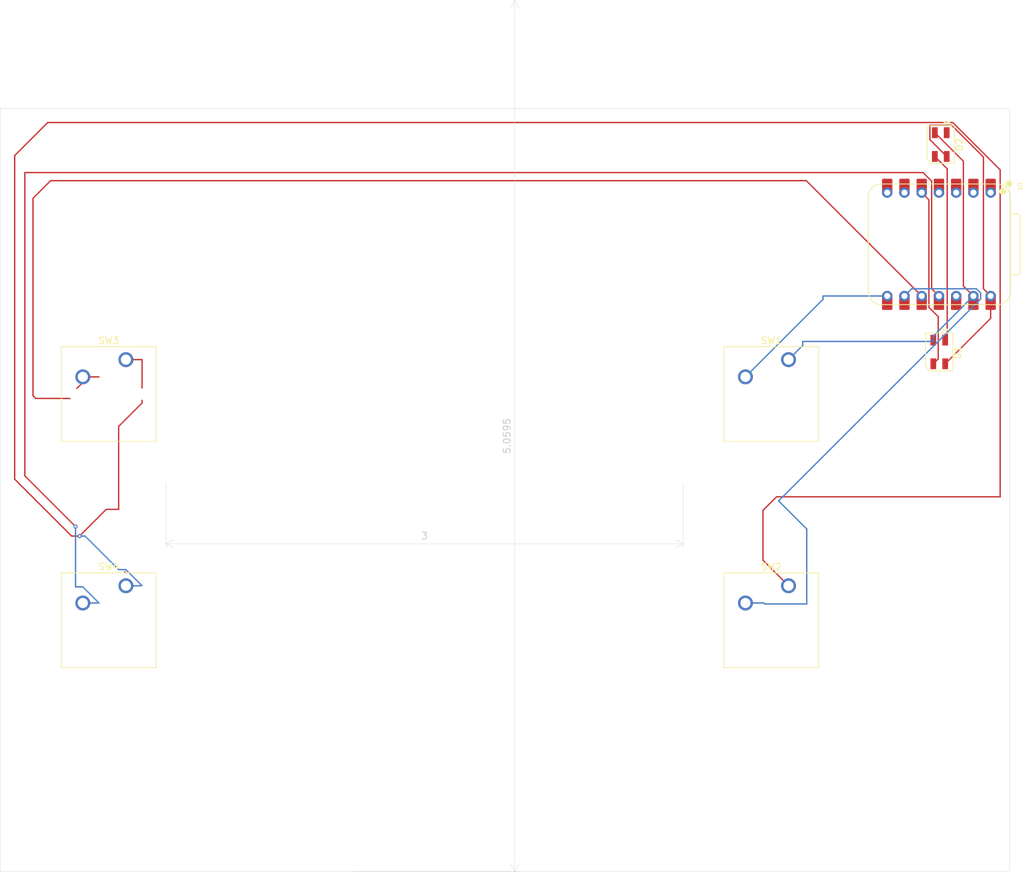
<source format=kicad_pcb>
(kicad_pcb (version 20241229) (generator "pcbnew") (generator_version "9.0")
  (layers (0 "F.Cu" signal) (2 "B.Cu" signal) (13 "F.Paste" user) (15 "B.Paste" user) (5 "F.SilkS" user "F.Silkscreen") (7 "B.SilkS" user "B.Silkscreen") (1 "F.Mask" user) (3 "B.Mask" user) (25 "Edge.Cuts" user))
  (net 0 "")
  (net 1 "GND")
  (net 2 "Net-(D1-DIN)")
  (net 3 "Net-(D1-DOUT)")
  (net 4 "+5V")
  (net 6 "Net-(U1-GPIO1{slash}RX)")
  (net 7 "Net-(U1-GPIO2{slash}SCK)")
  (net 8 "Net-(U1-GPIO4{slash}MISO)")
  (net 9 "Net-(U1-GPIO3{slash}MOSI)")
  (footprint "Button_Switch_Keyboard:SW_Cherry_MX_1.00u_PCB" (layer "F.Cu") (at 157.32125 75.8825)
    (property "Reference" "SW1" (at -2.54 -2.794 0) (layer "F.SilkS"))
    (property "Value" "SW_Push")
    (fp_line (start -9.525 -1.905) (end 4.445 -1.905) (stroke (width 0.12)) (layer "F.SilkS"))
    (fp_line (start -9.525 12.065) (end -9.525 -1.905) (stroke (width 0.12)) (layer "F.SilkS"))
    (fp_line (start 4.445 -1.905) (end 4.445 12.065) (stroke (width 0.12)) (layer "F.SilkS"))
    (fp_line (start 4.445 12.065) (end -9.525 12.065) (stroke (width 0.12)) (layer "F.SilkS"))
    (pad "" np_thru_hole circle (at -7.62 5.08) (size 1.7 1.7) (drill 1.7) (layers "*.Cu" "*.Mask"))
    (pad "" np_thru_hole circle (at -2.54 5.08) (size 4 4) (drill 4) (layers "*.Cu" "*.Mask"))
    (pad "" np_thru_hole circle (at 2.54 5.08) (size 1.7 1.7) (drill 1.7) (layers "*.Cu" "*.Mask"))
    (pad "1" thru_hole circle (at 0 0) (size 2.2 2.2) (drill 1.5) (layers "*.Cu" "*.Mask") (net 1 "GND"))
    (pad "2" thru_hole circle (at -6.35 2.54) (size 2.2 2.2) (drill 1.5) (layers "*.Cu" "*.Mask") (net 6 "Net-(U1-GPIO1{slash}RX)"))
  )
  (footprint "OPL:XIAO-RP2040-DIP" (layer "F.Cu") (at 179.48 58.88 -90)
    (property "Reference" "U1" (at -8.5 -12 270) (layer "F.SilkS") (effects (font (size 0.635 0.635) (thickness 0.1016))))
    (property "Value" "XIAO-RP2040-DIP")
    (fp_line (start -6.985 10.414) (end 6.985 10.414) (stroke (width 0.127)) (layer "F.SilkS"))
    (fp_line (start -8.89 8.509) (end -8.89 -8.636) (stroke (width 0.127)) (layer "F.SilkS"))
    (fp_line (start 8.89 8.509) (end 8.89 -8.636) (stroke (width 0.127)) (layer "F.SilkS"))
    (fp_line (start -4.495 -10.541) (end -4.491272 -11.451272) (stroke (width 0.127)) (layer "F.SilkS"))
    (fp_line (start 6.985 -10.541) (end -6.985 -10.541) (stroke (width 0.1)) (layer "F.SilkS"))
    (fp_line (start 6.985 -10.541) (end -6.985 -10.541) (stroke (width 0.127)) (layer "F.SilkS"))
    (fp_line (start 4.504 -11.451) (end 4.504 -10.541) (stroke (width 0.127)) (layer "F.SilkS"))
    (fp_line (start -3.991272 -11.951) (end 4.004 -11.951) (stroke (width 0.127)) (layer "F.SilkS"))
    (fp_arc (start -6.985 10.414) (mid -8.332038 9.856038) (end -8.89 8.509) (stroke (width 0.127)) (layer "F.SilkS"))
    (fp_arc (start 8.89 8.509) (mid 8.332038 9.856038) (end 6.985 10.414) (stroke (width 0.127)) (layer "F.SilkS"))
    (fp_arc (start -8.89 -8.636) (mid -8.332038 -9.983038) (end -6.985 -10.541) (stroke (width 0.127)) (layer "F.SilkS"))
    (fp_arc (start 6.985 -10.541) (mid 8.332038 -9.983038) (end 8.89 -8.636) (stroke (width 0.127)) (layer "F.SilkS"))
    (fp_arc (start -4.491272 -11.451272) (mid -4.344728 -11.80464) (end -3.991272 -11.951) (stroke (width 0.127)) (layer "F.SilkS"))
    (fp_arc (start 4.004 -11.951) (mid 4.357553 -11.804553) (end 4.504 -11.451) (stroke (width 0.127)) (layer "F.SilkS"))
    (fp_circle (center -7.807 -9.42) (end -7.807 -9.674) (stroke (width 0.5)) (fill yes) (layer "F.SilkS"))
    (fp_circle (center -8.95 -10.3) (end -8.95 -10.554) (stroke (width 0.5)) (fill yes) (layer "F.SilkS"))
    (pad "1" smd roundrect (at -8.455 -7.62 90) (size 2.432 1.524) (layers "F.Cu" "F.Mask") (roundrect_rratio 0.1))
    (pad "1" thru_hole circle (at -7.62 -7.62 90) (size 1.524 1.524) (drill 0.889) (layers "*.Cu" "*.Mask"))
    (pad "2" smd roundrect (at -8.455 -5.08 90) (size 2.432 1.524) (layers "F.Cu" "F.Mask") (roundrect_rratio 0.1))
    (pad "2" thru_hole circle (at -7.62 -5.08 90) (size 1.524 1.524) (drill 0.889) (layers "*.Cu" "*.Mask"))
    (pad "3" smd roundrect (at -8.455 -2.54 90) (size 2.432 1.524) (layers "F.Cu" "F.Mask") (roundrect_rratio 0.1))
    (pad "3" thru_hole circle (at -7.62 -2.54 90) (size 1.524 1.524) (drill 0.889) (layers "*.Cu" "*.Mask"))
    (pad "4" smd roundrect (at -8.455 0 90) (size 2.432 1.524) (layers "F.Cu" "F.Mask") (roundrect_rratio 0.1))
    (pad "4" thru_hole circle (at -7.62 0 90) (size 1.524 1.524) (drill 0.889) (layers "*.Cu" "*.Mask"))
    (pad "5" smd roundrect (at -8.455 2.54 90) (size 2.432 1.524) (layers "F.Cu" "F.Mask") (roundrect_rratio 0.1) (net 2 "Net-(D1-DIN)"))
    (pad "5" thru_hole circle (at -7.62 2.54 90) (size 1.524 1.524) (drill 0.889) (layers "*.Cu" "*.Mask") (net 2 "Net-(D1-DIN)"))
    (pad "6" smd roundrect (at -8.455 5.08 90) (size 2.432 1.524) (layers "F.Cu" "F.Mask") (roundrect_rratio 0.1))
    (pad "6" thru_hole circle (at -7.62 5.08 90) (size 1.524 1.524) (drill 0.889) (layers "*.Cu" "*.Mask"))
    (pad "7" smd roundrect (at -8.455 7.62 90) (size 2.432 1.524) (layers "F.Cu" "F.Mask") (roundrect_rratio 0.1))
    (pad "7" thru_hole circle (at -7.62 7.62 90) (size 1.524 1.524) (drill 0.889) (layers "*.Cu" "*.Mask"))
    (pad "8" thru_hole circle (at 7.62 7.62 270) (size 1.524 1.524) (drill 0.889) (layers "*.Cu" "*.Mask") (net 6 "Net-(U1-GPIO1{slash}RX)"))
    (pad "8" smd roundrect (at 8.455 7.62 270) (size 2.432 1.524) (layers "F.Cu" "F.Mask") (roundrect_rratio 0.1) (net 6 "Net-(U1-GPIO1{slash}RX)"))
    (pad "9" thru_hole circle (at 7.62 5.08 270) (size 1.524 1.524) (drill 0.889) (layers "*.Cu" "*.Mask") (net 7 "Net-(U1-GPIO2{slash}SCK)"))
    (pad "9" smd roundrect (at 8.455 5.08 270) (size 2.432 1.524) (layers "F.Cu" "F.Mask") (roundrect_rratio 0.1) (net 7 "Net-(U1-GPIO2{slash}SCK)"))
    (pad "10" thru_hole circle (at 7.62 2.54 270) (size 1.524 1.524) (drill 0.889) (layers "*.Cu" "*.Mask") (net 8 "Net-(U1-GPIO4{slash}MISO)"))
    (pad "10" smd roundrect (at 8.455 2.54 270) (size 2.432 1.524) (layers "F.Cu" "F.Mask") (roundrect_rratio 0.1) (net 8 "Net-(U1-GPIO4{slash}MISO)"))
    (pad "11" thru_hole circle (at 7.62 0 270) (size 1.524 1.524) (drill 0.889) (layers "*.Cu" "*.Mask") (net 9 "Net-(U1-GPIO3{slash}MOSI)"))
    (pad "11" smd roundrect (at 8.455 0 270) (size 2.432 1.524) (layers "F.Cu" "F.Mask") (roundrect_rratio 0.1) (net 9 "Net-(U1-GPIO3{slash}MOSI)"))
    (pad "12" thru_hole circle (at 7.62 -2.54 270) (size 1.524 1.524) (drill 0.889) (layers "*.Cu" "*.Mask"))
    (pad "12" smd roundrect (at 8.455 -2.54 270) (size 2.432 1.524) (layers "F.Cu" "F.Mask") (roundrect_rratio 0.1))
    (pad "13" thru_hole circle (at 7.62 -5.08 270) (size 1.524 1.524) (drill 0.889) (layers "*.Cu" "*.Mask") (net 1 "GND"))
    (pad "13" smd roundrect (at 8.455 -5.08 270) (size 2.432 1.524) (layers "F.Cu" "F.Mask") (roundrect_rratio 0.1) (net 1 "GND"))
    (pad "14" thru_hole circle (at 7.62 -7.62 270) (size 1.524 1.524) (drill 0.889) (layers "*.Cu" "*.Mask") (net 4 "+5V"))
    (pad "14" smd roundrect (at 8.455 -7.62 270) (size 2.432 1.524) (layers "F.Cu" "F.Mask") (roundrect_rratio 0.1) (net 4 "+5V"))
  )
  (footprint "Button_Switch_Keyboard:SW_Cherry_MX_1.00u_PCB" (layer "F.Cu") (at 59.69 109.22)
    (property "Reference" "SW4" (at -2.54 -2.794 0) (layer "F.SilkS"))
    (property "Value" "SW_Push")
    (fp_line (start -9.525 -1.905) (end 4.445 -1.905) (stroke (width 0.12)) (layer "F.SilkS"))
    (fp_line (start -9.525 12.065) (end -9.525 -1.905) (stroke (width 0.12)) (layer "F.SilkS"))
    (fp_line (start 4.445 -1.905) (end 4.445 12.065) (stroke (width 0.12)) (layer "F.SilkS"))
    (fp_line (start 4.445 12.065) (end -9.525 12.065) (stroke (width 0.12)) (layer "F.SilkS"))
    (pad "" np_thru_hole circle (at -7.62 5.08) (size 1.7 1.7) (drill 1.7) (layers "*.Cu" "*.Mask"))
    (pad "" np_thru_hole circle (at -2.54 5.08) (size 4 4) (drill 4) (layers "*.Cu" "*.Mask"))
    (pad "" np_thru_hole circle (at 2.54 5.08) (size 1.7 1.7) (drill 1.7) (layers "*.Cu" "*.Mask"))
    (pad "1" thru_hole circle (at 0 0) (size 2.2 2.2) (drill 1.5) (layers "*.Cu" "*.Mask") (net 1 "GND"))
    (pad "2" thru_hole circle (at -6.35 2.54) (size 2.2 2.2) (drill 1.5) (layers "*.Cu" "*.Mask") (net 9 "Net-(U1-GPIO3{slash}MOSI)"))
  )
  (footprint "Button_Switch_Keyboard:SW_Cherry_MX_1.00u_PCB" (layer "F.Cu") (at 59.69 75.8825)
    (property "Reference" "SW3" (at -2.54 -2.794 0) (layer "F.SilkS"))
    (property "Value" "SW_Push")
    (fp_line (start -9.525 -1.905) (end 4.445 -1.905) (stroke (width 0.12)) (layer "F.SilkS"))
    (fp_line (start -9.525 12.065) (end -9.525 -1.905) (stroke (width 0.12)) (layer "F.SilkS"))
    (fp_line (start 4.445 -1.905) (end 4.445 12.065) (stroke (width 0.12)) (layer "F.SilkS"))
    (fp_line (start 4.445 12.065) (end -9.525 12.065) (stroke (width 0.12)) (layer "F.SilkS"))
    (pad "" np_thru_hole circle (at -7.62 5.08) (size 1.7 1.7) (drill 1.7) (layers "*.Cu" "*.Mask"))
    (pad "" np_thru_hole circle (at -2.54 5.08) (size 4 4) (drill 4) (layers "*.Cu" "*.Mask"))
    (pad "" np_thru_hole circle (at 2.54 5.08) (size 1.7 1.7) (drill 1.7) (layers "*.Cu" "*.Mask"))
    (pad "1" thru_hole circle (at 0 0) (size 2.2 2.2) (drill 1.5) (layers "*.Cu" "*.Mask") (net 1 "GND"))
    (pad "2" thru_hole circle (at -6.35 2.54) (size 2.2 2.2) (drill 1.5) (layers "*.Cu" "*.Mask") (net 8 "Net-(U1-GPIO4{slash}MISO)"))
  )
  (footprint "Button_Switch_Keyboard:SW_Cherry_MX_1.00u_PCB" (layer "F.Cu") (at 157.32125 109.22)
    (property "Reference" "SW2" (at -2.54 -2.794 0) (layer "F.SilkS"))
    (property "Value" "SW_Push")
    (fp_line (start -9.525 -1.905) (end 4.445 -1.905) (stroke (width 0.12)) (layer "F.SilkS"))
    (fp_line (start -9.525 12.065) (end -9.525 -1.905) (stroke (width 0.12)) (layer "F.SilkS"))
    (fp_line (start 4.445 -1.905) (end 4.445 12.065) (stroke (width 0.12)) (layer "F.SilkS"))
    (fp_line (start 4.445 12.065) (end -9.525 12.065) (stroke (width 0.12)) (layer "F.SilkS"))
    (pad "" np_thru_hole circle (at -7.62 5.08) (size 1.7 1.7) (drill 1.7) (layers "*.Cu" "*.Mask"))
    (pad "" np_thru_hole circle (at -2.54 5.08) (size 4 4) (drill 4) (layers "*.Cu" "*.Mask"))
    (pad "" np_thru_hole circle (at 2.54 5.08) (size 1.7 1.7) (drill 1.7) (layers "*.Cu" "*.Mask"))
    (pad "1" thru_hole circle (at 0 0) (size 2.2 2.2) (drill 1.5) (layers "*.Cu" "*.Mask") (net 1 "GND"))
    (pad "2" thru_hole circle (at -6.35 2.54) (size 2.2 2.2) (drill 1.5) (layers "*.Cu" "*.Mask") (net 7 "Net-(U1-GPIO2{slash}SCK)"))
  )
  (footprint "LED_SMD:LED_SK6812MINI_PLCC4_3.5x3.5mm_P1.75mm" (layer "F.Cu") (at 179.75 44.175 -90)
    (property "Reference" "D2" (at 0 -2.75 90) (layer "F.SilkS"))
    (property "Value" "SK6812MINI")
    (fp_line (start -2.8 2) (end 2.2 2) (stroke (width 0.12)) (layer "F.SilkS"))
    (fp_line (start 2.8 1.4) (end 2.2 2) (stroke (width 0.12)) (layer "F.SilkS"))
    (fp_line (start 2.8 1.4) (end 2.8 -2) (stroke (width 0.12)) (layer "F.SilkS"))
    (fp_line (start -2.8 -2) (end -2.8 2) (stroke (width 0.12)) (layer "F.SilkS"))
    (fp_line (start -2.8 -2) (end 2.8 -2) (stroke (width 0.12)) (layer "F.SilkS"))
    (fp_text user "1" (at -3.2 -0.875 270) (layer "F.SilkS") (effects (font (size 0.8 0.8))))
    (pad "1" smd rect (at -1.75 -0.875 270) (size 1.6 0.85) (layers "F.Cu" "F.Mask" "F.Paste"))
    (pad "2" smd rect (at -1.75 0.875 270) (size 1.6 0.85) (layers "F.Cu" "F.Mask" "F.Paste") (net 1 "GND"))
    (pad "3" smd rect (at 1.75 0.875 270) (size 1.6 0.85) (layers "F.Cu" "F.Mask" "F.Paste") (net 3 "Net-(D1-DOUT)"))
    (pad "4" smd rect (at 1.75 -0.875 270) (size 1.6 0.85) (layers "F.Cu" "F.Mask" "F.Paste") (net 4 "+5V"))
  )
  (footprint "LED_SMD:LED_SK6812MINI_PLCC4_3.5x3.5mm_P1.75mm" (layer "F.Cu") (at 179.525 74.75 -90)
    (property "Reference" "D1" (at 0.10375 -2.665 90) (layer "F.SilkS"))
    (property "Value" "SK6812MINI")
    (fp_line (start -2.8 2) (end 2.2 2) (stroke (width 0.12)) (layer "F.SilkS"))
    (fp_line (start 2.8 1.4) (end 2.2 2) (stroke (width 0.12)) (layer "F.SilkS"))
    (fp_line (start 2.8 1.4) (end 2.8 -2) (stroke (width 0.12)) (layer "F.SilkS"))
    (fp_line (start -2.8 -2) (end -2.8 2) (stroke (width 0.12)) (layer "F.SilkS"))
    (fp_line (start -2.8 -2) (end 2.8 -2) (stroke (width 0.12)) (layer "F.SilkS"))
    (fp_text user "1" (at -3.2 -0.875 270) (layer "F.SilkS") (effects (font (size 0.8 0.8))))
    (pad "1" smd rect (at -1.75 -0.875 270) (size 1.6 0.85) (layers "F.Cu" "F.Mask" "F.Paste") (net 3 "Net-(D1-DOUT)"))
    (pad "2" smd rect (at -1.75 0.875 270) (size 1.6 0.85) (layers "F.Cu" "F.Mask" "F.Paste") (net 1 "GND"))
    (pad "3" smd rect (at 1.75 0.875 270) (size 1.6 0.85) (layers "F.Cu" "F.Mask" "F.Paste") (net 2 "Net-(D1-DIN)"))
    (pad "4" smd rect (at 1.75 -0.875 270) (size 1.6 0.85) (layers "F.Cu" "F.Mask" "F.Paste") (net 4 "+5V"))
  )
  (gr_rect (start 41.1625 38.8875) (end 189.9 151.3125) (stroke (width 0.05)) (fill no) (layer "Edge.Cuts"))
  (dimension (type orthogonal) (layer "Edge.Cuts") (pts (xy 65.6025 93.665) (xy 141.8025 93.665)) (height 9.36625) (orientation 0) (format (prefix "") (suffix "") (units 0) (units_format 0) (precision 4) (suppress_zeroes yes)) (style (thickness 0.05) (arrow_length 1.27) (text_position_mode 0) (arrow_direction outward) (extension_height 0.58642) (extension_offset 0.5) (keep_text_aligned yes)) (gr_text "3" (at 103.7025 101.88125 0) (layer "Edge.Cuts") (effects (font (size 1 1) (thickness 0.15)))))
  (dimension (type orthogonal) (layer "Edge.Cuts") (pts (xy 116.98125 22.8875) (xy 92.8 151.4)) (height 0) (orientation 1) (format (prefix "") (suffix "") (units 0) (units_format 0) (precision 4) (suppress_zeroes yes)) (style (thickness 0.05) (arrow_length 1.27) (text_position_mode 0) (arrow_direction outward) (extension_height 0.58642) (extension_offset 0.5) (keep_text_aligned yes)) (gr_text "5.0595" (at 115.83125 87.14375 90) (layer "Edge.Cuts") (effects (font (size 1 1) (thickness 0.15)))))
  (segment (start 153.55 98.11) (end 153.55 105.44875) (width 0.2) (layer "F.Cu") (net 1))
  (segment (start 181.5171 40.923) (end 188.5 47.9059) (width 0.2) (layer "F.Cu") (net 1))
  (segment (start 59.69 75.8825) (end 62.07125 75.8825) (width 0.2) (layer "F.Cu") (net 1))
  (segment (start 59.69 107.315) (end 59.53125 107.15625) (width 0.2) (layer "F.Cu") (net 1))
  (segment (start 153.55 105.44875) (end 157.32125 109.22) (width 0.2) (layer "F.Cu") (net 1))
  (segment (start 43.3 45.8) (end 48.177 40.923) (width 0.2) (layer "F.Cu") (net 1))
  (segment (start 62.07125 75.8825) (end 62.07125 82.27125) (width 0.2) (layer "F.Cu") (net 1))
  (segment (start 51.687186 101.89225) (end 43.3 93.505064) (width 0.2) (layer "F.Cu") (net 1))
  (segment (start 56.788814 97.95125) (end 52.847814 101.89225) (width 0.2) (layer "F.Cu") (net 1))
  (segment (start 188.5 47.9059) (end 188.5 96.1) (width 0.2) (layer "F.Cu") (net 1))
  (segment (start 155.56 96.1) (end 153.55 98.11) (width 0.2) (layer "F.Cu") (net 1))
  (segment (start 48.177 40.923) (end 181.5171 40.923) (width 0.2) (layer "F.Cu") (net 1))
  (segment (start 43.3 93.505064) (end 43.3 45.8) (width 0.2) (layer "F.Cu") (net 1))
  (segment (start 178.875 42.425) (end 183.083 46.633) (width 0.2) (layer "F.Cu") (net 1))
  (segment (start 52.847814 101.89225) (end 51.687186 101.89225) (width 0.2) (layer "F.Cu") (net 1))
  (segment (start 58.6175 85.725) (end 58.6175 97.95125) (width 0.2) (layer "F.Cu") (net 1))
  (segment (start 183.083 65.023) (end 184.56 66.5) (width 0.2) (layer "F.Cu") (net 1))
  (segment (start 183.083 46.633) (end 183.083 65.023) (width 0.2) (layer "F.Cu") (net 1))
  (segment (start 188.5 96.1) (end 155.56 96.1) (width 0.2) (layer "F.Cu") (net 1))
  (segment (start 58.6175 97.95125) (end 56.788814 97.95125) (width 0.2) (layer "F.Cu") (net 1))
  (segment (start 62.07125 82.27125) (end 58.6175 85.725) (width 0.2) (layer "F.Cu") (net 1))
  (via (at 52.8675 101.89225) (size 0.6) (drill 0.3) (layers "F.Cu" "B.Cu") (net 1))
  (segment (start 178.7 72.36) (end 178.7 73.2) (width 0.2) (layer "B.Cu") (net 1))
  (segment (start 178.7 73.2) (end 159.41 73.2) (width 0.2) (layer "B.Cu") (net 1))
  (segment (start 53.671 101.89225) (end 52.8675 101.89225) (width 0.2) (layer "B.Cu") (net 1))
  (segment (start 184.56 66.5) (end 178.7 72.36) (width 0.2) (layer "B.Cu") (net 1))
  (segment (start 157.32125 75.8825) (end 159.41 73.79375) (width 0.2) (layer "B.Cu") (net 1))
  (segment (start 59.69 106.83875) (end 61.9125 109.06125) (width 0.2) (layer "B.Cu") (net 1))
  (segment (start 61.9125 109.06125) (end 62.07125 109.22) (width 0.2) (layer "B.Cu") (net 1))
  (segment (start 59.69 109.22) (end 61.75375 109.22) (width 0.2) (layer "B.Cu") (net 1))
  (segment (start 58.6175 106.83875) (end 59.69 106.83875) (width 0.2) (layer "B.Cu") (net 1))
  (segment (start 159.41 73.79375) (end 159.41 73.2) (width 0.2) (layer "B.Cu") (net 1))
  (segment (start 58.6175 106.83875) (end 53.671 101.89225) (width 0.2) (layer "B.Cu") (net 1))
  (segment (start 61.75375 109.22) (end 61.9125 109.06125) (width 0.2) (layer "B.Cu") (net 1))
  (segment (start 178.003 68.176626) (end 178.003 52.323) (width 0.2) (layer "F.Cu") (net 2))
  (segment (start 178.65 76.5) (end 179.376 75.774) (width 0.2) (layer "F.Cu") (net 2))
  (segment (start 178.003 52.323) (end 176.94 51.26) (width 0.2) (layer "F.Cu") (net 2))
  (segment (start 179.376 75.774) (end 179.376 69.549626) (width 0.2) (layer "F.Cu") (net 2))
  (segment (start 179.376 69.549626) (end 178.003 68.176626) (width 0.2) (layer "F.Cu") (net 2))
  (segment (start 180.699 47.749) (end 180.699 72.701) (width 0.2) (layer "F.Cu") (net 3))
  (segment (start 178.875 45.925) (end 180.699 47.749) (width 0.2) (layer "F.Cu") (net 3))
  (segment (start 180.699 72.701) (end 180.4 73) (width 0.2) (layer "F.Cu") (net 3))
  (segment (start 187.1 66.5) (end 187.1 69.8) (width 0.2) (layer "F.Cu") (net 4))
  (segment (start 178.149 43.449) (end 178.149 41.324) (width 0.2) (layer "F.Cu") (net 4))
  (segment (start 186.037 65.437) (end 187.1 66.5) (width 0.2) (layer "F.Cu") (net 4))
  (segment (start 187.1 69.8) (end 180.4 76.5) (width 0.2) (layer "F.Cu") (net 4))
  (segment (start 186.037 46.01) (end 186.037 65.437) (width 0.2) (layer "F.Cu") (net 4))
  (segment (start 178.149 41.324) (end 181.351 41.324) (width 0.2) (layer "F.Cu") (net 4))
  (segment (start 181.351 41.324) (end 186.037 46.01) (width 0.2) (layer "F.Cu") (net 4))
  (segment (start 180.625 45.925) (end 178.149 43.449) (width 0.2) (layer "F.Cu") (net 4))
  (segment (start 162.4 66.99375) (end 162.4 66.5) (width 0.2) (layer "B.Cu") (net 6))
  (segment (start 150.97125 78.4225) (end 162.4 66.99375) (width 0.2) (layer "B.Cu") (net 6))
  (segment (start 171.86 66.5) (end 162.4 66.5) (width 0.2) (layer "B.Cu") (net 6))
  (segment (start 185.623 66.94031) (end 155.85431 96.709) (width 0.2) (layer "B.Cu") (net 7))
  (segment (start 153.8 111.9) (end 153.66 111.76) (width 0.2) (layer "B.Cu") (net 7))
  (segment (start 185.623 66.05969) (end 185.623 66.94031) (width 0.2) (layer "B.Cu") (net 7))
  (segment (start 160 111.9) (end 153.8 111.9) (width 0.2) (layer "B.Cu") (net 7))
  (segment (start 175.463 65.437) (end 185.00031 65.437) (width 0.2) (layer "B.Cu") (net 7))
  (segment (start 174.4 66.5) (end 175.463 65.437) (width 0.2) (layer "B.Cu") (net 7))
  (segment (start 185.00031 65.437) (end 185.623 66.05969) (width 0.2) (layer "B.Cu") (net 7))
  (segment (start 153.66 111.76) (end 150.97125 111.76) (width 0.2) (layer "B.Cu") (net 7))
  (segment (start 160 100.85469) (end 160 111.9) (width 0.2) (layer "B.Cu") (net 7))
  (segment (start 155.85431 96.709) (end 160 100.85469) (width 0.2) (layer "B.Cu") (net 7))
  (segment (start 54.165616 78.4225) (end 52.2675 80.320616) (width 0.2) (layer "F.Cu") (net 8))
  (segment (start 46.4 81.6) (end 52.2675 81.6) (width 0.2) (layer "F.Cu") (net 8))
  (segment (start 176.94 66.5) (end 159.94 49.5) (width 0.2) (layer "F.Cu") (net 8))
  (segment (start 52.2675 80.320616) (end 52.2675 81.6) (width 0.2) (layer "F.Cu") (net 8))
  (segment (start 159.94 49.5) (end 48.6 49.5) (width 0.2) (layer "F.Cu") (net 8))
  (segment (start 46 81.2) (end 46.4 81.6) (width 0.2) (layer "F.Cu") (net 8))
  (segment (start 55.72125 78.4225) (end 54.165616 78.4225) (width 0.2) (layer "F.Cu") (net 8))
  (segment (start 48.6 49.5) (end 46 52.1) (width 0.2) (layer "F.Cu") (net 8))
  (segment (start 46 52.1) (end 46 81.2) (width 0.2) (layer "F.Cu") (net 8))
  (segment (start 178.404 65.424) (end 178.404 49.570374) (width 0.2) (layer "F.Cu") (net 9))
  (segment (start 179.48 66.5) (end 178.404 65.424) (width 0.2) (layer "F.Cu") (net 9))
  (segment (start 177.133626 48.3) (end 44.8 48.3) (width 0.2) (layer "F.Cu") (net 9))
  (segment (start 44.8 93.02375) (end 52.2675 100.49125) (width 0.2) (layer "F.Cu") (net 9))
  (segment (start 44.8 48.3) (end 44.8 93.02375) (width 0.2) (layer "F.Cu") (net 9))
  (segment (start 178.404 49.570374) (end 177.133626 48.3) (width 0.2) (layer "F.Cu") (net 9))
  (via (at 52.2675 100.49125) (size 0.6) (drill 0.3) (layers "F.Cu" "B.Cu") (net 9))
  (segment (start 53.34 111.76) (end 55.72125 111.76) (width 0.2) (layer "B.Cu") (net 9))
  (segment (start 52.2675 109.37875) (end 52.2675 100.49125) (width 0.2) (layer "B.Cu") (net 9))
  (segment (start 52.2675 109.37875) (end 53.34 109.37875) (width 0.2) (layer "B.Cu") (net 9))
  (segment (start 53.34 109.37875) (end 55.72125 111.76) (width 0.2) (layer "B.Cu") (net 9))
)
</source>
